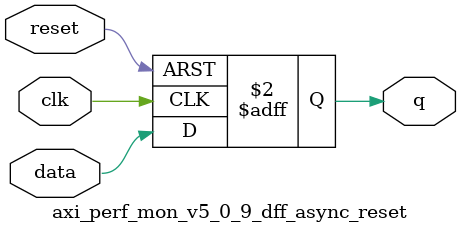
<source format=v>

`timescale 1ps/1ps
module axi_perf_mon_v5_0_9_dff_async_reset (
data  ,
clk    ,
reset ,
q     
);
input data, clk, reset ; 
output q;
(*ASYNC_REG = "TRUE" *) reg q;
always @ ( posedge clk or posedge reset)
if (reset) begin
  q <= 1'b1;
end  else begin
  q <= data;
end
endmodule 

</source>
